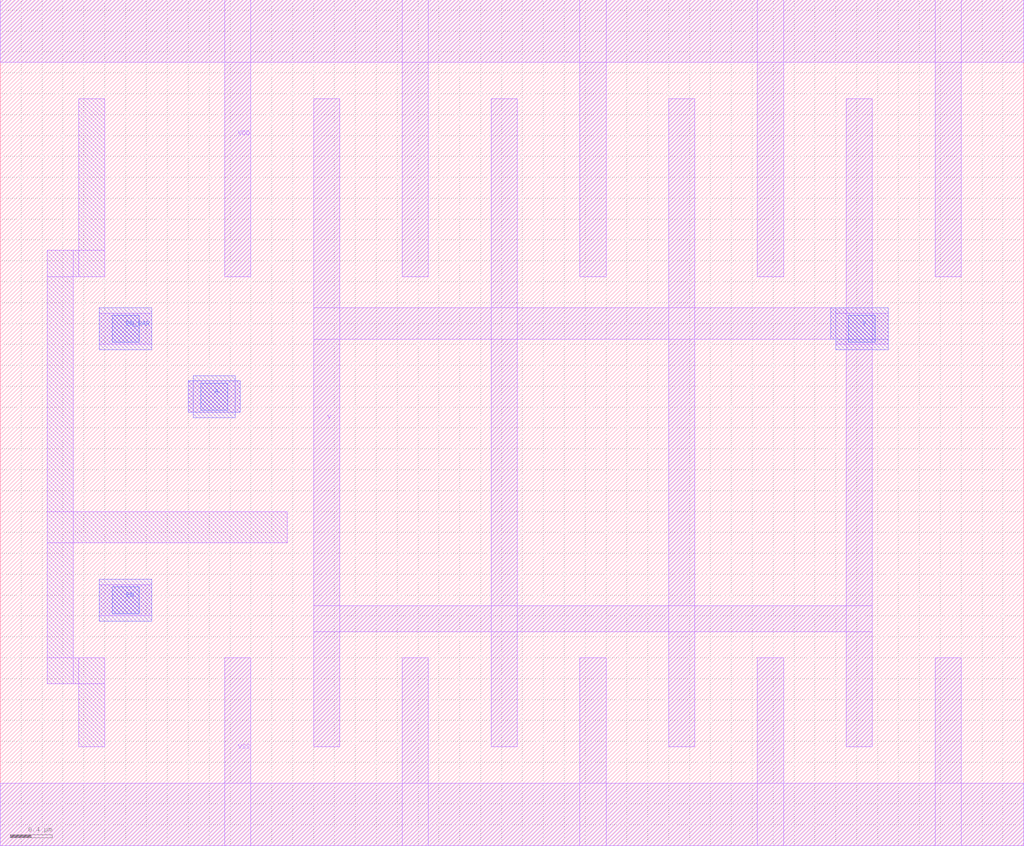
<source format=lef>
# Copyright 2022 Google LLC
# Licensed under the Apache License, Version 2.0 (the "License");
# you may not use this file except in compliance with the License.
# You may obtain a copy of the License at
#
#      http://www.apache.org/licenses/LICENSE-2.0
#
# Unless required by applicable law or agreed to in writing, software
# distributed under the License is distributed on an "AS IS" BASIS,
# WITHOUT WARRANTIES OR CONDITIONS OF ANY KIND, either express or implied.
# See the License for the specific language governing permissions and
# limitations under the License.
VERSION 5.7 ;
BUSBITCHARS "[]" ;
DIVIDERCHAR "/" ;

MACRO gf180mcu_osu_sc_12T_tbuf_8
  CLASS CORE ;
  ORIGIN 0 0 ;
  FOREIGN gf180mcu_osu_sc_12T_tbuf_8 0 0 ;
  SIZE 9.8 BY 8.1 ;
  SYMMETRY X Y ;
  SITE GF180_3p3_12t ;
  PIN VDD
    DIRECTION INOUT ;
    USE POWER ;
    SHAPE ABUTMENT ;
    PORT
      LAYER MET1 ;
        RECT 0 7.5 9.8 8.1 ;
        RECT 8.95 5.45 9.2 8.1 ;
        RECT 7.25 5.45 7.5 8.1 ;
        RECT 5.55 5.45 5.8 8.1 ;
        RECT 3.85 5.45 4.1 8.1 ;
        RECT 2.15 5.45 2.4 8.1 ;
    END
  END VDD
  PIN VSS
    DIRECTION INOUT ;
    USE GROUND ;
    PORT
      LAYER MET1 ;
        RECT 0 0 9.8 0.6 ;
        RECT 8.95 0 9.2 1.8 ;
        RECT 7.25 0 7.5 1.8 ;
        RECT 5.55 0 5.8 1.8 ;
        RECT 3.85 0 4.1 1.8 ;
        RECT 2.15 0 2.4 1.8 ;
    END
  END VSS
  PIN A
    DIRECTION INPUT ;
    USE SIGNAL ;
    PORT
      LAYER MET1 ;
        RECT 1.8 4.15 2.3 4.45 ;
      LAYER MET2 ;
        RECT 1.8 4.15 2.3 4.45 ;
        RECT 1.85 4.1 2.25 4.5 ;
      LAYER VIA12 ;
        RECT 1.92 4.17 2.18 4.43 ;
    END
  END A
  PIN EN
    DIRECTION INPUT ;
    USE SIGNAL ;
    PORT
      LAYER MET1 ;
        RECT 0.95 2.2 1.45 2.5 ;
      LAYER MET2 ;
        RECT 0.95 2.15 1.45 2.55 ;
      LAYER VIA12 ;
        RECT 1.07 2.22 1.33 2.48 ;
    END
  END EN
  PIN EN_BAR
    DIRECTION INPUT ;
    USE SIGNAL ;
    PORT
      LAYER MET1 ;
        RECT 0.95 4.8 1.45 5.1 ;
      LAYER MET2 ;
        RECT 0.95 4.75 1.45 5.15 ;
      LAYER VIA12 ;
        RECT 1.07 4.82 1.33 5.08 ;
    END
  END EN_BAR
  PIN Y
    DIRECTION OUTPUT ;
    USE SIGNAL ;
    PORT
      LAYER MET1 ;
        RECT 8 4.8 8.5 5.1 ;
        RECT 8.1 0.95 8.35 7.15 ;
        RECT 3 4.85 8.35 5.15 ;
        RECT 3 2.05 8.35 2.3 ;
        RECT 6.4 0.95 6.65 7.15 ;
        RECT 4.7 0.95 4.95 7.15 ;
        RECT 3 0.95 3.25 7.15 ;
      LAYER MET2 ;
        RECT 7.95 4.85 8.5 5.15 ;
        RECT 8 4.75 8.5 5.15 ;
      LAYER VIA12 ;
        RECT 8.12 4.82 8.38 5.08 ;
    END
  END Y
  OBS
    LAYER MET1 ;
      RECT 0.75 5.45 1 7.15 ;
      RECT 0.45 5.45 1 5.7 ;
      RECT 0.45 1.55 0.7 5.7 ;
      RECT 0.45 2.9 2.75 3.2 ;
      RECT 0.45 1.55 1 1.8 ;
      RECT 0.75 0.95 1 1.8 ;
  END
END gf180mcu_osu_sc_12T_tbuf_8

</source>
